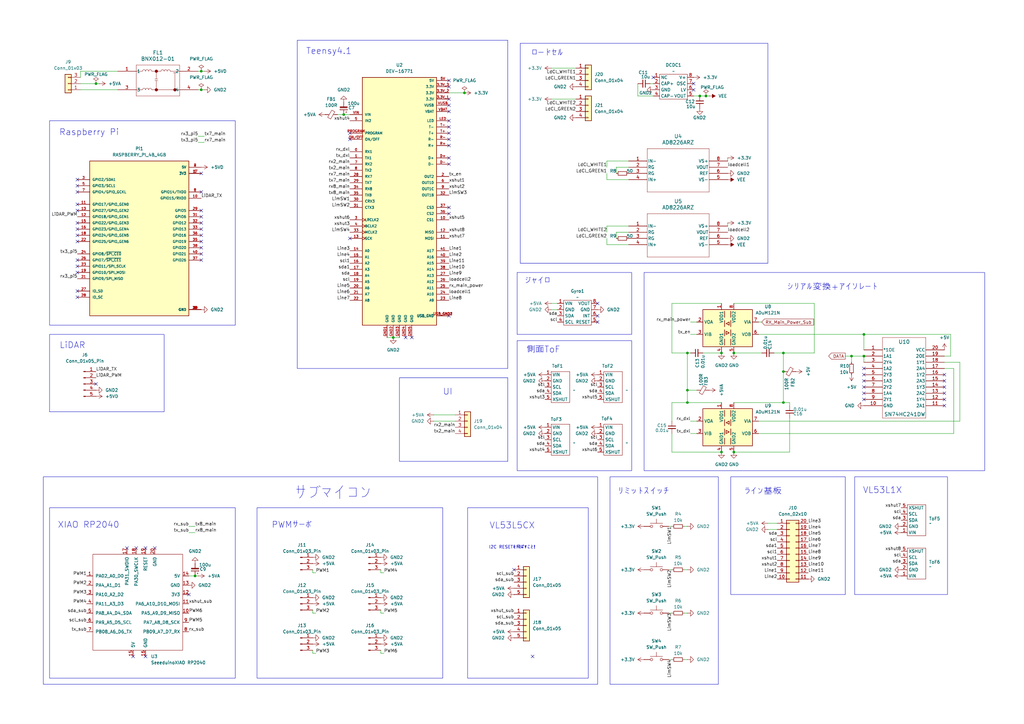
<source format=kicad_sch>
(kicad_sch (version 20231120) (generator "eeschema") (generator_version "8.0")
  (paper "A3")
  (junction (at 321.31 152.4))
  (junction (at 82.55 36.83))
  (junction (at 289.56 39.37))
  (junction (at 190.5 38.1))
  (junction (at 39.37 34.29))
  (junction (at 354.33 146.05))
  (junction (at 281.94 165.1))
  (junction (at 300.99 185.42))
  (junction (at 287.02 39.37))
  (junction (at 281.94 160.02))
  (junction (at 300.99 144.78))
  (junction (at 82.55 29.21))
  (junction (at 140.97 46.99))
  (junction (at 281.94 144.78))
  (junction (at 295.91 144.78))
  (junction (at 295.91 185.42))
  (junction (at 321.31 165.1))
  (junction (at 161.29 138.43))
  (junction (at 354.33 137.16))
  (junction (at 321.31 144.78))
  (junction (at 349.25 146.05))
  (junction (at 80.01 236.22))
  (no_connect (at 267.97 31.75))
  (no_connect (at 55.88 224.79))
  (no_connect (at 245.11 129.54))
  (no_connect (at 31.75 111.76))
  (no_connect (at 54.61 269.24))
  (no_connect (at 245.11 132.08))
  (no_connect (at 82.55 78.74))
  (no_connect (at 387.35 161.29))
  (no_connect (at 387.35 166.37))
  (no_connect (at 184.15 85.09))
  (no_connect (at 387.35 153.67))
  (no_connect (at 354.33 156.21))
  (no_connect (at 82.55 106.68))
  (no_connect (at 387.35 163.83))
  (no_connect (at 184.15 67.31))
  (no_connect (at 184.15 35.56))
  (no_connect (at 184.15 40.64))
  (no_connect (at 184.15 49.53))
  (no_connect (at 31.75 83.82))
  (no_connect (at 284.48 34.29))
  (no_connect (at 184.15 43.18))
  (no_connect (at 31.75 121.92))
  (no_connect (at 59.69 224.79))
  (no_connect (at 387.35 158.75))
  (no_connect (at 184.15 33.02))
  (no_connect (at 354.33 161.29))
  (no_connect (at 184.15 45.72))
  (no_connect (at 143.51 57.15))
  (no_connect (at 354.33 151.13))
  (no_connect (at 77.47 243.84))
  (no_connect (at 284.48 36.83))
  (no_connect (at 31.75 109.22))
  (no_connect (at 31.75 93.98))
  (no_connect (at 143.51 54.61))
  (no_connect (at 52.07 224.79))
  (no_connect (at 82.55 88.9))
  (no_connect (at 184.15 59.69))
  (no_connect (at 354.33 163.83))
  (no_connect (at 354.33 153.67))
  (no_connect (at 166.37 138.43))
  (no_connect (at 82.55 86.36))
  (no_connect (at 82.55 91.44))
  (no_connect (at 143.51 97.79))
  (no_connect (at 82.55 96.52))
  (no_connect (at 387.35 156.21))
  (no_connect (at 184.15 64.77))
  (no_connect (at 82.55 71.12))
  (no_connect (at 354.33 158.75))
  (no_connect (at 168.91 138.43))
  (no_connect (at 184.15 57.15))
  (no_connect (at 63.5 224.79))
  (no_connect (at 31.75 86.36))
  (no_connect (at 31.75 73.66))
  (no_connect (at 39.37 157.48))
  (no_connect (at 31.75 91.44))
  (no_connect (at 31.75 76.2))
  (no_connect (at 184.15 87.63))
  (no_connect (at 245.11 124.46))
  (no_connect (at 184.15 52.07))
  (no_connect (at 184.15 54.61))
  (no_connect (at 31.75 78.74))
  (no_connect (at 82.55 99.06))
  (no_connect (at 31.75 106.68))
  (no_connect (at 218.44 269.24))
  (no_connect (at 82.55 93.98))
  (no_connect (at 184.15 129.54))
  (no_connect (at 31.75 96.52))
  (no_connect (at 31.75 119.38))
  (no_connect (at 82.55 104.14))
  (no_connect (at 59.69 269.24))
  (no_connect (at 210.82 233.68))
  (no_connect (at 82.55 101.6))
  (no_connect (at 31.75 99.06))
  (wire (pts (xy 280.67 251.46) (xy 281.94 251.46)))
  (wire (pts (xy 266.7 34.29) (xy 267.97 34.29)))
  (wire (pts (xy 82.55 36.83) (xy 81.28 36.83)))
  (wire (pts (xy 283.21 132.08) (xy 285.75 132.08)))
  (wire (pts (xy 257.81 92.71) (xy 248.92 92.71)))
  (wire (pts (xy 257.81 73.66) (xy 248.92 73.66)))
  (wire (pts (xy 226.06 27.94) (xy 236.22 27.94)))
  (wire (pts (xy 275.59 144.78) (xy 281.94 144.78)))
  (wire (pts (xy 81.28 58.42) (xy 83.82 58.42)))
  (wire (pts (xy 280.67 233.68) (xy 281.94 233.68)))
  (wire (pts (xy 248.92 100.33) (xy 248.92 97.79)))
  (wire (pts (xy 248.92 92.71) (xy 248.92 95.25)))
  (wire (pts (xy 285.75 160.02) (xy 281.94 160.02)))
  (wire (pts (xy 248.92 66.04) (xy 248.92 68.58)))
  (wire (pts (xy 318.77 214.63) (xy 314.96 214.63)))
  (wire (pts (xy 275.59 124.46) (xy 295.91 124.46)))
  (wire (pts (xy 323.85 185.42) (xy 323.85 171.45)))
  (wire (pts (xy 157.48 234.95) (xy 156.21 234.95)))
  (wire (pts (xy 129.54 251.46) (xy 128.27 251.46)))
  (wire (pts (xy 311.15 137.16) (xy 354.33 137.16)))
  (wire (pts (xy 389.89 137.16) (xy 354.33 137.16)))
  (wire (pts (xy 274.32 270.51) (xy 275.59 270.51)))
  (wire (pts (xy 275.59 172.72) (xy 275.59 165.1)))
  (wire (pts (xy 156.21 234.95) (xy 156.21 233.68)))
  (wire (pts (xy 257.81 100.33) (xy 248.92 100.33)))
  (wire (pts (xy 128.27 251.46) (xy 128.27 250.19)))
  (wire (pts (xy 321.31 144.78) (xy 317.5 144.78)))
  (wire (pts (xy 83.82 36.83) (xy 82.55 36.83)))
  (wire (pts (xy 321.31 152.4) (xy 321.31 165.1)))
  (wire (pts (xy 334.01 144.78) (xy 321.31 144.78)))
  (wire (pts (xy 128.27 234.95) (xy 128.27 233.68)))
  (wire (pts (xy 274.32 233.68) (xy 275.59 233.68)))
  (wire (pts (xy 298.45 64.77) (xy 298.45 66.04)))
  (wire (pts (xy 128.27 267.97) (xy 128.27 266.7)))
  (wire (pts (xy 190.5 38.1) (xy 184.15 38.1)))
  (wire (pts (xy 252.73 95.25) (xy 252.73 97.79)))
  (wire (pts (xy 280.67 215.9) (xy 281.94 215.9)))
  (wire (pts (xy 321.31 144.78) (xy 321.31 152.4)))
  (wire (pts (xy 354.33 146.05) (xy 354.33 148.59)))
  (wire (pts (xy 33.02 29.21) (xy 33.02 31.75)))
  (wire (pts (xy 274.32 251.46) (xy 275.59 251.46)))
  (wire (pts (xy 156.21 267.97) (xy 156.21 266.7)))
  (wire (pts (xy 83.82 29.21) (xy 82.55 29.21)))
  (wire (pts (xy 261.62 39.37) (xy 267.97 39.37)))
  (wire (pts (xy 290.83 39.37) (xy 289.56 39.37)))
  (wire (pts (xy 387.35 146.05) (xy 389.89 146.05)))
  (wire (pts (xy 349.25 148.59) (xy 349.25 146.05)))
  (wire (pts (xy 275.59 185.42) (xy 295.91 185.42)))
  (wire (pts (xy 298.45 91.44) (xy 298.45 92.71)))
  (wire (pts (xy 177.8 170.18) (xy 186.69 170.18)))
  (wire (pts (xy 288.29 144.78) (xy 295.91 144.78)))
  (wire (pts (xy 77.47 215.9) (xy 80.01 215.9)))
  (wire (pts (xy 39.37 34.29) (xy 40.64 34.29)))
  (wire (pts (xy 257.81 95.25) (xy 252.73 95.25)))
  (wire (pts (xy 261.62 34.29) (xy 261.62 39.37)))
  (wire (pts (xy 140.97 46.99) (xy 143.51 46.99)))
  (wire (pts (xy 274.32 215.9) (xy 275.59 215.9)))
  (wire (pts (xy 300.99 144.78) (xy 312.42 144.78)))
  (wire (pts (xy 80.01 236.22) (xy 77.47 236.22)))
  (wire (pts (xy 389.89 146.05) (xy 389.89 137.16)))
  (wire (pts (xy 158.75 138.43) (xy 161.29 138.43)))
  (wire (pts (xy 226.06 124.46) (xy 228.6 124.46)))
  (wire (pts (xy 81.28 236.22) (xy 80.01 236.22)))
  (wire (pts (xy 283.21 172.72) (xy 285.75 172.72)))
  (wire (pts (xy 33.02 29.21) (xy 48.26 29.21)))
  (wire (pts (xy 346.71 146.05) (xy 349.25 146.05)))
  (wire (pts (xy 391.16 177.8) (xy 391.16 151.13)))
  (wire (pts (xy 129.54 234.95) (xy 128.27 234.95)))
  (wire (pts (xy 311.15 177.8) (xy 391.16 177.8)))
  (wire (pts (xy 281.94 160.02) (xy 281.94 165.1)))
  (wire (pts (xy 391.16 151.13) (xy 387.35 151.13)))
  (wire (pts (xy 311.15 172.72) (xy 393.7 172.72)))
  (wire (pts (xy 81.28 55.88) (xy 83.82 55.88)))
  (wire (pts (xy 312.42 132.08) (xy 311.15 132.08)))
  (wire (pts (xy 275.59 177.8) (xy 275.59 185.42)))
  (wire (pts (xy 281.94 144.78) (xy 283.21 144.78)))
  (wire (pts (xy 321.31 165.1) (xy 323.85 165.1)))
  (wire (pts (xy 226.06 40.64) (xy 236.22 40.64)))
  (wire (pts (xy 300.99 165.1) (xy 321.31 165.1)))
  (wire (pts (xy 257.81 68.58) (xy 252.73 68.58)))
  (wire (pts (xy 248.92 73.66) (xy 248.92 71.12)))
  (wire (pts (xy 281.94 144.78) (xy 281.94 160.02)))
  (wire (pts (xy 129.54 267.97) (xy 128.27 267.97)))
  (wire (pts (xy 300.99 185.42) (xy 323.85 185.42)))
  (wire (pts (xy 226.06 127) (xy 228.6 127)))
  (wire (pts (xy 161.29 138.43) (xy 163.83 138.43)))
  (wire (pts (xy 275.59 124.46) (xy 275.59 144.78)))
  (wire (pts (xy 82.55 29.21) (xy 81.28 29.21)))
  (wire (pts (xy 33.02 36.83) (xy 48.26 36.83)))
  (wire (pts (xy 138.43 46.99) (xy 140.97 46.99)))
  (wire (pts (xy 77.47 218.44) (xy 80.01 218.44)))
  (wire (pts (xy 354.33 137.16) (xy 354.33 143.51)))
  (wire (pts (xy 393.7 172.72) (xy 393.7 148.59)))
  (wire (pts (xy 334.01 124.46) (xy 334.01 144.78)))
  (wire (pts (xy 318.77 217.17) (xy 314.96 217.17)))
  (wire (pts (xy 156.21 251.46) (xy 156.21 250.19)))
  (wire (pts (xy 300.99 124.46) (xy 334.01 124.46)))
  (wire (pts (xy 349.25 146.05) (xy 354.33 146.05)))
  (wire (pts (xy 280.67 270.51) (xy 281.94 270.51)))
  (wire (pts (xy 157.48 267.97) (xy 156.21 267.97)))
  (wire (pts (xy 323.85 165.1) (xy 323.85 166.37)))
  (wire (pts (xy 257.81 66.04) (xy 248.92 66.04)))
  (wire (pts (xy 177.8 172.72) (xy 186.69 172.72)))
  (wire (pts (xy 284.48 39.37) (xy 287.02 39.37)))
  (wire (pts (xy 252.73 68.58) (xy 252.73 71.12)))
  (wire (pts (xy 393.7 148.59) (xy 387.35 148.59)))
  (wire (pts (xy 287.02 39.37) (xy 289.56 39.37)))
  (wire (pts (xy 157.48 251.46) (xy 156.21 251.46)))
  (wire (pts (xy 275.59 165.1) (xy 281.94 165.1)))
  (wire (pts (xy 33.02 34.29) (xy 39.37 34.29)))
  (wire (pts (xy 283.21 177.8) (xy 285.75 177.8)))
  (wire (pts (xy 281.94 165.1) (xy 295.91 165.1)))
  (wire (pts (xy 283.21 137.16) (xy 285.75 137.16)))
  (rectangle (start 121.92 16.51) (end 208.28 151.13))
  (rectangle (start 212.09 111.76) (end 259.08 137.16))
  (rectangle (start 20.32 49.53) (end 96.52 133.35))
  (rectangle (start 105.41 208.28) (end 181.61 278.13))
  (rectangle (start 213.36 17.78) (end 314.96 107.95))
  (rectangle (start 250.19 195.58) (end 294.64 280.67))
  (rectangle (start 264.16 111.76) (end 403.86 193.04))
  (rectangle (start 17.78 195.58) (end 245.11 280.67))
  (rectangle (start 163.83 154.94) (end 208.28 189.23))
  (rectangle (start 299.72 195.58) (end 346.71 243.84))
  (rectangle (start 212.09 139.7) (end 259.08 193.04))
  (rectangle (start 20.32 137.16) (end 67.31 168.91))
  (rectangle (start 191.77 208.28) (end 241.3 278.13))
  (rectangle (start 20.32 208.28) (end 96.52 278.13))
  (rectangle (start 350.52 195.58) (end 388.62 243.84))
  (text "側面ToF" (at 222.758 143.51 0) (effects (font (size 2.54 2.54))))
  (text "サブマイコン" (at 136.652 202.438 0) (effects (font (size 5.08 5.08))))
  (text "ロードセル" (at 224.536 21.844 0) (effects (font (size 2.54 2.54))))
  (text "I2C RESETを飛ばすこと!" (at 210.058 224.536 0) (effects (font (size 1.27 1.27))))
  (text "リミットスイッチ" (at 263.906 201.676 0) (effects (font (size 2.54 2.54))))
  (text "LiDAR" (at 29.718 141.732 0) (effects (font (size 2.54 2.54))))
  (text "UI" (at 183.642 160.782 0) (effects (font (size 2.54 2.54))))
  (text "ライン基板" (at 312.928 201.676 0) (effects (font (size 2.54 2.54))))
  (text "Teensy4.1\n" (at 134.874 21.082 0) (effects (font (size 2.54 2.54))))
  (text "VL53L1X\n" (at 361.95 201.168 0) (effects (font (size 2.54 2.54))))
  (text "PWMサーボ" (at 119.634 215.392 0) (effects (font (size 2.54 2.54))))
  (text "XIAO RP2040\n" (at 36.322 215.392 0) (effects (font (size 2.54 2.54))))
  (text "VL53L5CX\n" (at 210.058 215.646 0) (effects (font (size 2.54 2.54))))
  (text "シリアル変換+アイソレート" (at 341.376 117.856 0) (effects (font (size 2.54 2.54))))
  (text "Raspberry Pi" (at 36.576 54.356 0) (effects (font (size 2.54 2.54))))
  (text "ジャイロ" (at 220.472 115.316 0) (effects (font (size 2.54 2.54))))
  (label "LdCl_GREEN2" (at 236.22 45.72 180))
  (label "Line4" (at 143.51 105.41 180))
  (label "Line1" (at 318.77 234.95 180))
  (label "xshut6" (at 143.51 90.17 180))
  (label "PWM6" (at 157.48 267.97 0))
  (label "Line5" (at 143.51 118.11 180))
  (label "xshut8" (at 369.57 226.06 180))
  (label "Line7" (at 143.51 123.19 180))
  (label "rx_main_power" (at 184.15 118.11 0))
  (label "Line9" (at 184.15 113.03 0))
  (label "xshut4" (at 223.52 185.42 180))
  (label "LimSW1" (at 143.51 82.55 180))
  (label "sda" (at 143.51 113.03 180))
  (label "tx_sub" (at 77.47 218.44 180))
  (label "Line11" (at 184.15 107.95 0))
  (label "scl" (at 228.6 132.08 180))
  (label "LdCl_GREEN1" (at 248.92 71.12 180))
  (label "sda" (at 245.11 161.29 180))
  (label "scl" (at 318.77 222.25 180))
  (label "PWM5" (at 77.47 255.27 0))
  (label "rx8_main" (at 143.51 77.47 180))
  (label "loadcell2" (at 184.15 115.57 0))
  (label "PWM4" (at 35.56 247.65 180))
  (label "xshut3" (at 223.52 163.83 180))
  (label "Line5" (at 331.47 219.71 0))
  (label "LimSW1" (at 275.59 215.9 270))
  (label "sda" (at 223.52 161.29 180))
  (label "Line1" (at 184.15 102.87 0))
  (label "rx3_pi5" (at 81.28 55.88 180))
  (label "sda" (at 228.6 129.54 180))
  (label "Line8" (at 184.15 123.19 0))
  (label "xshut5" (at 184.15 90.17 0))
  (label "rx_sub" (at 77.47 215.9 180))
  (label "scl" (at 369.57 210.82 180))
  (label "loadcell2" (at 298.45 95.25 0))
  (label "scl" (at 245.11 158.75 180))
  (label "xshut1" (at 184.15 74.93 0))
  (label "xshut8" (at 184.15 95.25 0))
  (label "rx_dxl" (at 143.51 62.23 180))
  (label "PWM5" (at 157.48 251.46 0))
  (label "LimSW2" (at 143.51 85.09 180))
  (label "sda" (at 318.77 219.71 180))
  (label "loadcell1" (at 184.15 120.65 0))
  (label "tx_en" (at 283.21 137.16 180))
  (label "xshut_sub" (at 210.82 251.46 180))
  (label "tx8_main" (at 143.51 80.01 180))
  (label "sda" (at 369.57 213.36 180))
  (label "LimSW4" (at 275.59 270.51 270))
  (label "tx_sub" (at 35.56 259.08 180))
  (label "scl" (at 223.52 158.75 180))
  (label "tx_dxl" (at 283.21 177.8 180))
  (label "xshut1" (at 318.77 229.87 180))
  (label "scl_sub" (at 210.82 236.22 180))
  (label "LiDAR_PWM" (at 39.37 154.94 0))
  (label "Line8" (at 331.47 227.33 0))
  (label "Line3" (at 143.51 102.87 180))
  (label "sda_sub" (at 35.56 251.46 180))
  (label "tx7_main" (at 83.82 55.88 0))
  (label "Line10" (at 331.47 232.41 0))
  (label "xshut3" (at 143.51 92.71 180))
  (label "Line7" (at 331.47 224.79 0))
  (label "Line11" (at 331.47 234.95 0))
  (label "Line6" (at 331.47 222.25 0))
  (label "scl" (at 143.51 115.57 180))
  (label "LiDAR_TX" (at 39.37 152.4 0))
  (label "tx7_main" (at 143.51 74.93 180))
  (label "tx3_pi5" (at 31.75 104.14 180))
  (label "xshut7" (at 184.15 97.79 0))
  (label "scl1" (at 143.51 107.95 180))
  (label "rx2_main" (at 143.51 67.31 180))
  (label "sda" (at 369.57 231.14 180))
  (label "rx2_main" (at 186.69 175.26 180))
  (label "LimSW4" (at 143.51 95.25 180))
  (label "tx2_main" (at 186.69 177.8 180))
  (label "LdCl_WHITE2" (at 248.92 95.25 180))
  (label "PWM6" (at 77.47 251.46 0))
  (label "rx3_pi5" (at 31.75 114.3 180))
  (label "xshut_sub" (at 77.47 247.65 0))
  (label "xshut2" (at 318.77 232.41 180))
  (label "PWM4" (at 157.48 234.95 0))
  (label "PWM3" (at 35.56 243.84 180))
  (label "sda_sub" (at 210.82 238.76 180))
  (label "PWM3" (at 129.54 267.97 0))
  (label "LiDAR_TX" (at 82.55 81.28 0))
  (label "PWM2" (at 35.56 240.03 180))
  (label "LiDAR_PWM" (at 31.75 88.9 180))
  (label "rx_dxl" (at 283.21 172.72 180))
  (label "Line10" (at 184.15 110.49 0))
  (label "tx2_main" (at 143.51 69.85 180))
  (label "scl" (at 369.57 228.6 180))
  (label "scl" (at 245.11 180.34 180))
  (label "LdCl_WHITE1" (at 236.22 30.48 180))
  (label "sda" (at 245.11 182.88 180))
  (label "Line6" (at 143.51 120.65 180))
  (label "LdCl_GREEN1" (at 236.22 33.02 180))
  (label "Line2" (at 184.15 105.41 0))
  (label "xshut7" (at 369.57 208.28 180))
  (label "xshut2" (at 184.15 77.47 0))
  (label "Line4" (at 331.47 217.17 0))
  (label "Line9" (at 331.47 229.87 0))
  (label "PWM2" (at 129.54 251.46 0))
  (label "sda_sub" (at 210.82 256.54 180))
  (label "LdCl_GREEN2" (at 248.92 97.79 180))
  (label "scl1" (at 318.77 227.33 180))
  (label "LdCl_WHITE2" (at 236.22 43.18 180))
  (label "LimSW2" (at 275.59 233.68 270))
  (label "tx_dxl" (at 143.51 64.77 180))
  (label "sda1" (at 318.77 224.79 180))
  (label "sda1" (at 143.51 110.49 180))
  (label "rx_sub" (at 77.47 259.08 0))
  (label "rx7_main" (at 83.82 58.42 0))
  (label "scl_sub" (at 35.56 255.27 180))
  (label "rx8_main" (at 80.01 218.44 0))
  (label "PWM1" (at 35.56 236.22 180))
  (label "Line3" (at 331.47 214.63 0))
  (label "rx7_main" (at 143.51 72.39 180))
  (label "Line2" (at 318.77 237.49 180))
  (label "xshut6" (at 245.11 185.42 180))
  (label "tx_en" (at 184.15 72.39 0))
  (label "loadcell1" (at 298.45 68.58 0))
  (label "scl" (at 223.52 180.34 180))
  (label "scl_sub" (at 210.82 254 180))
  (label "LimSW3" (at 275.59 251.46 270))
  (label "xshut4" (at 143.51 49.53 180))
  (label "LdCl_WHITE1" (at 248.92 68.58 180))
  (label "rx_main_power" (at 283.21 132.08 180))
  (label "tx3_pi5" (at 81.28 58.42 180))
  (label "tx8_main" (at 80.01 215.9 0))
  (label "LimSW3" (at 184.15 80.01 0))
  (label "sda" (at 223.52 182.88 180))
  (label "PWM1" (at 129.54 234.95 0))
  (label "xshut5" (at 245.11 163.83 180))
  (global_label "RX_Main_Power_Sub" (shape input) (at 312.42 132.08 0) (property "Intersheetrefs" "${INTERSHEET_REFS}" (effects (hide yes))))
  (global_label "DATA" (shape output) (at 346.71 146.05 180) (property "Intersheetrefs" "${INTERSHEET_REFS}" (effects (hide yes))))
  (symbol (lib_id "power:+5VA") (at 210.82 259.08 90) (unit 1)
    (property "Reference" "#PWR062" (effects (hide yes)))
    (property "Value" "+5VA" (at 207.01 259.0799 90) (effects (justify left)))
    (property "Description" "Power symbol creates a global label with name \"+5VA\"" (effects (hide yes)))
  )
  (symbol (lib_id "power:PWR_FLAG") (at 82.55 36.83 0) (unit 1)
    (property "Reference" "#FLG06" (effects (hide yes)))
    (property "Value" "PWR_FLAG" (at 82.55 31.75 0))
    (property "Description" "Special symbol for telling ERC where power comes from" (effects (hide yes)))
  )
  (symbol (lib_id "Device:R_Small") (at 278.13 233.68 90) (unit 1)
    (property "Reference" "R5" (at 278.13 228.6 90))
    (property "Value" "10k" (at 278.13 231.14 90))
    (property "Footprint" "Resistor_SMD:R_0603_1608Metric_Pad0.98x0.95mm_HandSolder" (effects (hide yes)))
    (property "Description" "Resistor, small symbol" (effects (hide yes)))
  )
  (symbol (lib_id "power:GND2") (at 161.29 138.43 0) (unit 1)
    (property "Reference" "#PWR031" (effects (hide yes)))
    (property "Value" "GND2" (at 161.29 143.51 0))
    (property "Description" "Power symbol creates a global label with name \"GND2\" , ground" (effects (hide yes)))
  )
  (symbol (lib_id "power:+5VA") (at 177.8 170.18 90) (unit 1)
    (property "Reference" "#PWR065" (effects (hide yes)))
    (property "Value" "+5VA" (at 173.99 170.1799 90) (effects (justify left)))
    (property "Description" "Power symbol creates a global label with name \"+5VA\"" (effects (hide yes)))
  )
  (symbol (lib_id "power:GND2") (at 156.21 228.6 90) (unit 1)
    (property "Reference" "#PWR054" (effects (hide yes)))
    (property "Value" "GND2" (at 160.02 228.5999 90) (effects (justify right)))
    (property "Description" "Power symbol creates a global label with name \"GND2\" , ground" (effects (hide yes)))
  )
  (symbol (lib_id "power:GND2") (at 369.57 233.68 270) (unit 1)
    (property "Reference" "#PWR079" (effects (hide yes)))
    (property "Value" "GND2" (at 365.76 233.6799 90) (effects (justify right)))
    (property "Description" "Power symbol creates a global label with name \"GND2\" , ground" (effects (hide yes)))
  )
  (symbol (lib_id "power:+3.3V") (at 264.16 270.51 90) (unit 1)
    (property "Reference" "#PWR075" (effects (hide yes)))
    (property "Value" "+3.3V" (at 260.35 270.5099 90) (effects (justify left)))
    (property "Description" "Power symbol creates a global label with name \"+3.3V\"" (effects (hide yes)))
  )
  (symbol (lib_id "power:GND2") (at 236.22 35.56 270) (unit 1)
    (property "Reference" "#PWR0101" (effects (hide yes)))
    (property "Value" "GND2" (at 232.41 35.5599 90) (effects (justify right)))
    (property "Description" "Power symbol creates a global label with name \"GND2\" , ground" (effects (hide yes)))
  )
  (symbol (lib_id "power:GND2") (at 77.47 240.03 90) (unit 1)
    (property "Reference" "#PWR047" (effects (hide yes)))
    (property "Value" "GND2" (at 81.28 240.0299 90) (effects (justify right)))
    (property "Description" "Power symbol creates a global label with name \"GND2\" , ground" (effects (hide yes)))
  )
  (symbol (lib_id "power:GND2") (at 331.47 237.49 90) (unit 1)
    (property "Reference" "#PWR035" (effects (hide yes)))
    (property "Value" "GND2" (at 335.28 237.4899 90) (effects (justify right)))
    (property "Description" "Power symbol creates a global label with name \"GND2\" , ground" (effects (hide yes)))
  )
  (symbol (lib_id "power:GND2") (at 80.01 231.14 180) (unit 1)
    (property "Reference" "#PWR066" (effects (hide yes)))
    (property "Value" "GND2" (at 80.01 226.06 0))
    (property "Description" "Power symbol creates a global label with name \"GND2\" , ground" (effects (hide yes)))
  )
  (symbol (lib_id "power:+5VA") (at 369.57 236.22 90) (unit 1)
    (property "Reference" "#PWR080" (effects (hide yes)))
    (property "Value" "+5VA" (at 365.76 236.2199 90) (effects (justify left)))
    (property "Description" "Power symbol creates a global label with name \"+5VA\"" (effects (hide yes)))
  )
  (symbol (lib_id "Device:R_Small") (at 278.13 251.46 90) (unit 1)
    (property "Reference" "R6" (at 278.13 246.38 90))
    (property "Value" "10k" (at 278.13 248.92 90))
    (property "Footprint" "Resistor_SMD:R_0603_1608Metric_Pad0.98x0.95mm_HandSolder" (effects (hide yes)))
    (property "Description" "Resistor, small symbol" (effects (hide yes)))
  )
  (symbol (lib_id "power:GND2") (at 287.02 44.45 0) (unit 1)
    (property "Reference" "#PWR0105" (effects (hide yes)))
    (property "Value" "GND2" (at 289.56 48.26 0) (effects (justify right)))
    (property "Description" "Power symbol creates a global label with name \"GND2\" , ground" (effects (hide yes)))
  )
  (symbol (lib_id "power:+5VA") (at 128.27 231.14 270) (unit 1)
    (property "Reference" "#PWR049" (effects (hide yes)))
    (property "Value" "+5VA" (at 132.08 231.1399 90) (effects (justify left)))
    (property "Description" "Power symbol creates a global label with name \"+5VA\"" (effects (hide yes)))
  )
  (symbol (lib_id "power:GND2") (at 83.82 36.83 90) (unit 1)
    (property "Reference" "#PWR028" (effects (hide yes)))
    (property "Value" "GND2" (at 87.63 36.8299 90) (effects (justify right)))
    (property "Description" "Power symbol creates a global label with name \"GND2\" , ground" (effects (hide yes)))
  )
  (symbol (lib_id "power:+5VA") (at 156.21 247.65 270) (unit 1)
    (property "Reference" "#PWR057" (effects (hide yes)))
    (property "Value" "+5VA" (at 160.02 247.6499 90) (effects (justify left)))
    (property "Description" "Power symbol creates a global label with name \"+5VA\"" (effects (hide yes)))
  )
  (symbol (lib_id "Device:C_Small") (at 275.59 175.26 0) (unit 1)
    (property "Reference" "C15" (at 269.494 174.498 0) (effects (justify left)))
    (property "Value" "0.01u" (at 268.732 176.53 0) (effects (justify left)))
    (property "Footprint" "Capacitor_SMD:C_0603_1608Metric_Pad1.08x0.95mm_HandSolder" (effects (hide yes)))
    (property "Description" "Unpolarized capacitor, small symbol" (effects (hide yes)))
  )
  (symbol (lib_id "power:VEE") (at 290.83 39.37 270) (unit 1)
    (property "Reference" "#PWR0107" (effects (hide yes)))
    (property "Value" "VEE" (at 294.64 39.3699 90) (effects (justify left)))
    (property "Description" "Power symbol creates a global label with name \"VEE\"" (effects (hide yes)))
  )
  (symbol (lib_id "ToF:GY530") (at 247.65 153.67 0) (unit 1)
    (property "Reference" "ToF2" (at 246.888 150.114 0) (effects (justify left)))
    (property "Value" "~" (at 256.54 160.02 0) (effects (justify left)))
    (property "Footprint" "ToF:GY530" (effects (hide yes)))
  )
  (symbol (lib_id "Connector:Conn_01x03_Pin") (at 151.13 264.16 0) (unit 1)
    (property "Reference" "J16" (at 151.765 256.54 0))
    (property "Value" "Conn_01x03_Pin" (at 151.765 259.08 0))
    (property "Footprint" "Connector_PinHeader_2.54mm:PinHeader_1x03_P2.54mm_Vertical" (effects (hide yes)))
    (property "Description" "Generic connector, single row, 01x03, script generated" (effects (hide yes)))
  )
  (symbol (lib_id "power:+5VA") (at 128.27 247.65 270) (unit 1)
    (property "Reference" "#PWR051" (effects (hide yes)))
    (property "Value" "+5VA" (at 132.08 247.6499 90) (effects (justify left)))
    (property "Description" "Power symbol creates a global label with name \"+5VA\"" (effects (hide yes)))
  )
  (symbol (lib_id "power:+3.3V") (at 284.48 31.75 270) (unit 1)
    (property "Reference" "#PWR0104" (effects (hide yes)))
    (property "Value" "+3.3V" (at 288.29 31.7499 90) (effects (justify left)))
    (property "Description" "Power symbol creates a global label with name \"+3.3V\"" (effects (hide yes)))
  )
  (symbol (lib_id "Device:R_Small") (at 349.25 151.13 0) (unit 1)
    (property "Reference" "R10" (at 344.424 150.114 0) (effects (justify left)))
    (property "Value" "10k" (at 344.424 152.654 0) (effects (justify left)))
    (property "Footprint" "Resistor_SMD:R_0603_1608Metric_Pad0.98x0.95mm_HandSolder" (effects (hide yes)))
    (property "Description" "Resistor, small symbol" (effects (hide yes)))
  )
  (symbol (lib_id "power:+5VD") (at 39.37 162.56 270) (unit 1)
    (property "Reference" "#PWR0117" (effects (hide yes)))
    (property "Value" "+5VD" (at 43.18 162.5599 90) (effects (justify left)))
    (property "Description" "Power symbol creates a global label with name \"+5VD\"" (effects (hide yes)))
  )
  (symbol (lib_id "Device:C_Polarized_Small") (at 80.01 233.68 180) (unit 1)
    (property "Reference" "C9" (at 84.582 233.426 0) (effects (justify left)))
    (property "Value" "100u" (at 86.614 231.648 0) (effects (justify left)))
    (property "Footprint" "Capacitor_THT:CP_Radial_D6.3mm_P2.50mm" (effects (hide yes)))
    (property "Description" "Polarized capacitor, small symbol" (effects (hide yes)))
  )
  (symbol (lib_id "power:GND2") (at 314.96 217.17 270) (unit 1)
    (property "Reference" "#PWR033" (effects (hide yes)))
    (property "Value" "GND2" (at 311.15 217.1699 90) (effects (justify right)))
    (property "Description" "Power symbol creates a global label with name \"GND2\" , ground" (effects (hide yes)))
  )
  (symbol (lib_id "ToF:VL53L1X") (at 372.11 231.14 180) (unit 1)
    (property "Reference" "ToF6" (at 381 230.5049 0) (effects (justify right)))
    (property "Value" "~" (at 381 232.41 0) (effects (justify right)))
    (property "Footprint" "Connector_JST:JST_XH_B5B-XH-A_1x05_P2.50mm_Vertical" (effects (hide yes)))
  )
  (symbol (lib_id "2024-09-28_15-43-53:SN74HC241DW") (at 354.33 143.51 0) (unit 1)
    (property "Reference" "U10" (at 370.84 140.208 0) (effects (font (size 1.524 1.524))))
    (property "Value" "SN74HC241DW" (at 371.094 169.926 0) (effects (font (size 1.524 1.524))))
    (property "Footprint" "Package_DIP:CERDIP-20_W7.62mm_SideBrazed_Socket" (effects (hide yes)))
    (property "Datasheet" "SN74HC241DW" (effects (hide yes)))
  )
  (symbol (lib_id "power:GND2") (at 82.55 127 90) (unit 1)
    (property "Reference" "#PWR026" (effects (hide yes)))
    (property "Value" "GND2" (at 86.36 126.9999 90) (effects (justify right)))
    (property "Description" "Power symbol creates a global label with name \"GND2\" , ground" (effects (hide yes)))
  )
  (symbol (lib_id "power:+3.3V") (at 226.06 40.64 90) (unit 1)
    (property "Reference" "#PWR0100" (effects (hide yes)))
    (property "Value" "+3.3V" (at 222.25 40.6399 90) (effects (justify left)))
    (property "Description" "Power symbol creates a global label with name \"+3.3V\"" (effects (hide yes)))
  )
  (symbol (lib_id "Device:C_Small") (at 323.85 168.91 180) (unit 1)
    (property "Reference" "C16" (at 329.184 169.672 0) (effects (justify left)))
    (property "Value" "0.01u" (at 330.962 167.894 0) (effects (justify left)))
    (property "Footprint" "Capacitor_SMD:C_0603_1608Metric_Pad1.08x0.95mm_HandSolder" (effects (hide yes)))
    (property "Description" "Unpolarized capacitor, small symbol" (effects (hide yes)))
  )
  (symbol (lib_name "GND_1") (lib_id "power:GND") (at 300.99 185.42 0) (unit 1)
    (property "Reference" "#PWR0114" (effects (hide yes)))
    (property "Value" "GND" (at 300.99 190.5 0))
    (property "Description" "Power symbol creates a global label with name \"GND\" , ground" (effects (hide yes)))
  )
  (symbol (lib_id "power:+5VA") (at 156.21 231.14 270) (unit 1)
    (property "Reference" "#PWR055" (effects (hide yes)))
    (property "Value" "+5VA" (at 160.02 231.1399 90) (effects (justify left)))
    (property "Description" "Power symbol creates a global label with name \"+5VA\"" (effects (hide yes)))
  )
  (symbol (lib_id "power:GND2") (at 245.11 177.8 270) (unit 1)
    (property "Reference" "#PWR045" (effects (hide yes)))
    (property "Value" "GND2" (at 241.3 177.7999 90) (effects (justify right)))
    (property "Description" "Power symbol creates a global label with name \"GND2\" , ground" (effects (hide yes)))
  )
  (symbol (lib_id "Device:R_Small") (at 255.27 97.79 90) (unit 1)
    (property "Reference" "R9" (at 251.46 96.774 90))
    (property "Value" "50" (at 258.318 96.774 90))
    (property "Footprint" "Resistor_SMD:R_0603_1608Metric_Pad0.98x0.95mm_HandSolder" (effects (hide yes)))
    (property "Description" "Resistor, small symbol" (effects (hide yes)))
  )
  (symbol (lib_id "power:GND2") (at 39.37 160.02 90) (unit 1)
    (property "Reference" "#PWR0118" (effects (hide yes)))
    (property "Value" "GND2" (at 43.18 160.0199 90) (effects (justify right)))
    (property "Description" "Power symbol creates a global label with name \"GND2\" , ground" (effects (hide yes)))
  )
  (symbol (lib_id "DEV-16771:DEV-16771") (at 163.83 82.55 0) (unit 1)
    (property "Reference" "U2" (at 163.83 26.67 0))
    (property "Value" "DEV-16771" (at 163.83 29.21 0))
    (property "Footprint" "DEV-16771:MODULE_DEV-16771" (effects (hide yes)))
    (property "MF" "SparkFun Electronics" (effects (hide yes)))
    (property "MAXIMUM_PACKAGE_HEIGHT" "4.07mm" (effects (hide yes)))
    (property "Package" "None" (effects (hide yes)))
    (property "Price" "None" (effects (hide yes)))
    (property "Check_prices" "https://www.snapeda.com/parts/DEV-16771/SparkFun+Electronics/view-part/?ref=eda" (effects (hide yes)))
    (property "STANDARD" "Manufacturer recommendations" (effects (hide yes)))
    (property "PARTREV" "4.1" (effects (hide yes)))
    (property "SnapEDA_Link" "https://www.snapeda.com/parts/DEV-16771/SparkFun+Electronics/view-part/?ref=snap" (effects (hide yes)))
    (property "MP" "DEV-16771" (effects (hide yes)))
    (property "Purchase-URL" "https://www.snapeda.com/api/url_track_click_mouser/?unipart_id=4833875&manufacturer=SparkFun Electronics&part_name=DEV-16771&search_term=None" (effects (hide yes)))
    (property "Description_1" "\nRT1062 Teensy 4.1 series ARM® Cortex®-M7 MPU Embedded Evaluation Board\n" (effects (hide yes)))
    (property "Availability" "In Stock" (effects (hide yes)))
    (property "MANUFACTURER" "SparkFun Electronics" (effects (hide yes)))
  )
  (symbol (lib_id "power:+5VA") (at 40.64 34.29 270) (unit 1)
    (property "Reference" "#PWR08" (effects (hide yes)))
    (property "Value" "+5VA" (at 44.45 34.2899 90) (effects (justify left)))
    (property "Description" "Power symbol creates a global label with name \"+5VA\"" (effects (hide yes)))
  )
  (symbol (lib_id "MyLibrary:TJ7660") (at 276.86 35.56 0) (unit 1)
    (property "Reference" "DCDC1" (at 276.225 26.67 0))
    (property "Value" "~" (at 276.225 29.21 0))
    (property "Footprint" "Package_DIP:CERDIP-8_W7.62mm_SideBrazed_Socket" (effects (hide yes)))
  )
  (symbol (lib_id "power:GND2") (at 267.97 36.83 270) (unit 1)
    (property "Reference" "#PWR0103" (effects (hide yes)))
    (property "Value" "GND2" (at 267.462 38.1 90) (effects (justify right)))
    (property "Description" "Power symbol creates a global label with name \"GND2\" , ground" (effects (hide yes)))
  )
  (symbol (lib_id "power:GND2") (at 245.11 156.21 270) (unit 1)
    (property "Reference" "#PWR043" (effects (hide yes)))
    (property "Value" "GND2" (at 241.3 156.2099 90) (effects (justify right)))
    (property "Description" "Power symbol creates a global label with name \"GND2\" , ground" (effects (hide yes)))
  )
  (symbol (lib_id "power:GND2") (at 369.57 215.9 270) (unit 1)
    (property "Reference" "#PWR077" (effects (hide yes)))
    (property "Value" "GND2" (at 365.76 215.8999 90) (effects (justify right)))
    (property "Description" "Power symbol creates a global label with name \"GND2\" , ground" (effects (hide yes)))
  )
  (symbol (lib_id "power:GND2") (at 223.52 177.8 270) (unit 1)
    (property "Reference" "#PWR044" (effects (hide yes)))
    (property "Value" "GND2" (at 219.71 177.7999 90) (effects (justify right)))
    (property "Description" "Power symbol creates a global label with name \"GND2\" , ground" (effects (hide yes)))
  )
  (symbol (lib_id "power:+5VA") (at 290.83 160.02 270) (unit 1)
    (property "Reference" "#PWR082" (effects (hide yes)))
    (property "Value" "+5VA" (at 295.91 160.02 0))
    (property "Description" "Power symbol creates a global label with name \"+5VA\"" (effects (hide yes)))
  )
  (symbol (lib_id "power:GND2") (at 298.45 97.79 90) (unit 1)
    (property "Reference" "#PWR094" (effects (hide yes)))
    (property "Value" "GND2" (at 302.26 97.7899 90) (effects (justify right)))
    (property "Description" "Power symbol creates a global label with name \"GND2\" , ground" (effects (hide yes)))
  )
  (symbol (lib_id "Device:C_Small") (at 285.75 144.78 90) (unit 1)
    (property "Reference" "C13" (at 286.004 150.876 0) (effects (justify left)))
    (property "Value" "0.01u" (at 288.29 151.13 0) (effects (justify left)))
    (property "Footprint" "Capacitor_SMD:C_0603_1608Metric_Pad1.08x0.95mm_HandSolder" (effects (hide yes)))
    (property "Description" "Unpolarized capacitor, small symbol" (effects (hide yes)))
  )
  (symbol (lib_id "Seeeduino XIAO:SeeeduinoXIAO") (at 57.15 247.65 0) (unit 1)
    (property "Reference" "U3" (at 61.8841 269.24 0) (effects (justify left)))
    (property "Value" "SeeeduinoXIAO RP2040" (at 61.8841 271.78 0) (effects (justify left)))
    (property "Footprint" "XIAO RP2040:XIAO RP2040" (effects (hide yes)))
  )
  (symbol (lib_id "Isolator:ADuM121N") (at 298.45 134.62 0) (unit 1)
    (property "Reference" "U8" (at 314.96 125.7614 0))
    (property "Value" "ADuM121N" (at 314.96 128.3014 0))
    (property "Footprint" "MyLibrary:SOP-8_DIP" (effects (hide yes)))
    (property "Datasheet" "https://www.analog.com/media/en/technical-documentation/data-sheets/ADuM120N_121N.pdf" (effects (hide yes)))
    (property "Description" "Dual-channel digital isolator,1.8 to 5V, 150Mbs, 3kV" (effects (hide yes)))
  )
  (symbol (lib_id "power:GND2") (at 128.27 245.11 90) (unit 1)
    (property "Reference" "#PWR050" (effects (hide yes)))
    (property "Value" "GND2" (at 132.08 245.1099 90) (effects (justify right)))
    (property "Description" "Power symbol creates a global label with name \"GND2\" , ground" (effects (hide yes)))
  )
  (symbol (lib_id "power:GND2") (at 281.94 215.9 90) (unit 1)
    (property "Reference" "#PWR070" (effects (hide yes)))
    (property "Value" "GND2" (at 285.75 215.8999 90) (effects (justify right)))
    (property "Description" "Power symbol creates a global label with name \"GND2\" , ground" (effects (hide yes)))
  )
  (symbol (lib_id "Device:C_Small") (at 287.02 41.91 180) (unit 1)
    (property "Reference" "C12" (at 284.988 41.656 0) (effects (justify left)))
    (property "Value" "10u" (at 285.242 43.688 0) (effects (justify left)))
    (property "Footprint" "Capacitor_THT:C_Disc_D6.0mm_W4.4mm_P5.00mm" (effects (hide yes)))
    (property "Description" "Unpolarized capacitor, small symbol" (effects (hide yes)))
  )
  (symbol (lib_id "Device:C_Small") (at 264.16 34.29 270) (unit 1)
    (property "Reference" "C11" (at 261.874 29.718 90) (effects (justify left)))
    (property "Value" "10u" (at 262.89 31.496 90) (effects (justify left)))
    (property "Footprint" "Capacitor_THT:C_Disc_D6.0mm_W4.4mm_P5.00mm" (effects (hide yes)))
    (property "Description" "Unpolarized capacitor, small symbol" (effects (hide yes)))
  )
  (symbol (lib_name "GND_1") (lib_id "power:GND") (at 354.33 166.37 270) (unit 1)
    (property "Reference" "#PWR0116" (effects (hide yes)))
    (property "Value" "GND" (at 350.52 166.3699 90) (effects (justify right)))
    (property "Description" "Power symbol creates a global label with name \"GND\" , ground" (effects (hide yes)))
  )
  (symbol (lib_id "power:+5VA") (at 314.96 214.63 90) (unit 1)
    (property "Reference" "#PWR034" (effects (hide yes)))
    (property "Value" "+5VA" (at 311.15 214.6299 90) (effects (justify left)))
    (property "Description" "Power symbol creates a global label with name \"+5VA\"" (effects (hide yes)))
  )
  (symbol (lib_id "power:GND2") (at 156.21 245.11 90) (unit 1)
    (property "Reference" "#PWR056" (effects (hide yes)))
    (property "Value" "GND2" (at 160.02 245.1099 90) (effects (justify right)))
    (property "Description" "Power symbol creates a global label with name \"GND2\" , ground" (effects (hide yes)))
  )
  (symbol (lib_id "ToF:GY530") (at 226.06 153.67 0) (unit 1)
    (property "Reference" "ToF1" (at 226.314 150.114 0) (effects (justify left)))
    (property "Value" "~" (at 234.95 160.02 0) (effects (justify left)))
    (property "Footprint" "ToF:GY530" (effects (hide yes)))
  )
  (symbol (lib_name "AD8226ARZ_1") (lib_id "2024-09-28_14-00-08:AD8226ARZ") (at 257.81 66.04 0) (unit 1)
    (property "Reference" "U4" (at 278.13 55.88 0) (effects (font (size 1.524 1.524))))
    (property "Value" "AD8226ARZ" (at 278.13 58.42 0) (effects (font (size 1.524 1.524))))
    (property "Footprint" "MyLibrary:SOP-8_DIP" (effects (hide yes)))
    (property "Datasheet" "AD8226ARZ" (effects (hide yes)))
  )
  (symbol (lib_id "power:+5VA") (at 128.27 264.16 270) (unit 1)
    (property "Reference" "#PWR053" (effects (hide yes)))
    (property "Value" "+5VA" (at 132.08 264.1599 90) (effects (justify left)))
    (property "Description" "Power symbol creates a global label with name \"+5VA\"" (effects (hide yes)))
  )
  (symbol (lib_id "power:+3.3V") (at 226.06 27.94 90) (unit 1)
    (property "Reference" "#PWR099" (effects (hide yes)))
    (property "Value" "+3.3V" (at 222.25 27.9399 90) (effects (justify left)))
    (property "Description" "Power symbol creates a global label with name \"+3.3V\"" (effects (hide yes)))
  )
  (symbol (lib_id "power:+5VA") (at 156.21 264.16 270) (unit 1)
    (property "Reference" "#PWR059" (effects (hide yes)))
    (property "Value" "+5VA" (at 160.02 264.1599 90) (effects (justify left)))
    (property "Description" "Power symbol creates a global label with name \"+5VA\"" (effects (hide yes)))
  )
  (symbol (lib_id "power:+3.3V") (at 190.5 38.1 270) (unit 1)
    (property "Reference" "#PWR068" (effects (hide yes)))
    (property "Value" "+3.3V" (at 194.31 38.0999 90) (effects (justify left)))
    (property "Description" "Power symbol creates a global label with name \"+3.3V\"" (effects (hide yes)))
  )
  (symbol (lib_id "Connector_Generic:Conn_01x04") (at 241.3 43.18 0) (unit 1)
    (property "Reference" "J21" (at 243.84 43.1799 0) (effects (justify left)))
    (property "Value" "Conn_01x04" (at 243.84 45.7199 0) (effects (justify left)))
    (property "Footprint" "Connector_JST:JST_XH_S4B-XH-A_1x04_P2.50mm_Horizontal" (effects (hide yes)))
    (property "Description" "Generic connector, single row, 01x04, script generated (kicad-library-utils/schlib/autogen/connector/)" (effects (hide yes)))
  )
  (symbol (lib_id "power:+5VA") (at 210.82 241.3 90) (unit 1)
    (property "Reference" "#PWR060" (effects (hide yes)))
    (property "Value" "+5VA" (at 207.01 241.2999 90) (effects (justify left)))
    (property "Description" "Power symbol creates a global label with name \"+5VA\"" (effects (hide yes)))
  )
  (symbol (lib_id "power:GND2") (at 295.91 144.78 0) (unit 1)
    (property "Reference" "#PWR0108" (effects (hide yes)))
    (property "Value" "GND2" (at 295.91 149.86 0))
    (property "Description" "Power symbol creates a global label with name \"GND2\" , ground" (effects (hide yes)))
  )
  (symbol (lib_id "power:GND2") (at 177.8 172.72 270) (unit 1)
    (property "Reference" "#PWR064" (effects (hide yes)))
    (property "Value" "GND2" (at 173.99 172.7199 90) (effects (justify right)))
    (property "Description" "Power symbol creates a global label with name \"GND2\" , ground" (effects (hide yes)))
  )
  (symbol (lib_id "power:+5VA") (at 226.06 124.46 90) (unit 1)
    (property "Reference" "#PWR032" (effects (hide yes)))
    (property "Value" "+5VA" (at 222.25 124.4599 90) (effects (justify left)))
    (property "Description" "Power symbol creates a global label with name \"+5VA\"" (effects (hide yes)))
  )
  (symbol (lib_id "Connector:Conn_01x05_Pin") (at 34.29 157.48 0) (unit 1)
    (property "Reference" "J6" (at 34.798 145.542 0))
    (property "Value" "Conn_01x05_Pin" (at 34.798 148.082 0))
    (property "Footprint" "Connector_PinHeader_2.54mm:PinHeader_1x05_P2.54mm_Vertical" (effects (hide yes)))
    (property "Description" "Generic connector, single row, 01x05, script generated" (effects (hide yes)))
  )
  (symbol (lib_id "ToF:GY530") (at 247.65 175.26 0) (unit 1)
    (property "Reference" "ToF4" (at 246.634 171.704 0) (effects (justify left)))
    (property "Value" "~" (at 256.54 181.61 0) (effects (justify left)))
    (property "Footprint" "ToF:GY530" (effects (hide yes)))
  )
  (symbol (lib_id "power:+5VA") (at 223.52 153.67 90) (unit 1)
    (property "Reference" "#PWR038" (effects (hide yes)))
    (property "Value" "+5VA" (at 219.71 153.6699 90) (effects (justify left)))
    (property "Description" "Power symbol creates a global label with name \"+5VA\"" (effects (hide yes)))
  )
  (symbol (lib_id "power:GND2") (at 226.06 127 270) (unit 1)
    (property "Reference" "#PWR036" (effects (hide yes)))
    (property "Value" "GND2" (at 222.25 126.9999 90) (effects (justify right)))
    (property "Description" "Power symbol creates a global label with name \"GND2\" , ground" (effects (hide yes)))
  )
  (symbol (lib_id "power:GND2") (at 295.91 185.42 0) (unit 1)
    (property "Reference" "#PWR0112" (effects (hide yes)))
    (property "Value" "GND2" (at 295.91 190.5 0))
    (property "Description" "Power symbol creates a global label with name \"GND2\" , ground" (effects (hide yes)))
  )
  (symbol (lib_id "Device:FerriteBead_Small") (at 323.85 152.4 270) (unit 1)
    (property "Reference" "FB2" (at 325.1582 154.94 0) (effects (justify left)))
    (property "Value" "100R" (at 322.6182 154.94 0) (effects (justify left)))
    (property "Footprint" "Inductor_SMD:L_Walsin_WLFM201209x" (effects (hide yes)))
    (property "Description" "Ferrite bead, small symbol" (effects (hide yes)))
  )
  (symbol (lib_id "power:+5VA") (at 133.35 46.99 90) (unit 1)
    (property "Reference" "#PWR030" (effects (hide yes)))
    (property "Value" "+5VA" (at 129.54 46.9899 90) (effects (justify left)))
    (property "Description" "Power symbol creates a global label with name \"+5VA\"" (effects (hide yes)))
  )
  (symbol (lib_id "power:GND2") (at 223.52 156.21 270) (unit 1)
    (property "Reference" "#PWR042" (effects (hide yes)))
    (property "Value" "GND2" (at 219.71 156.2099 90) (effects (justify right)))
    (property "Description" "Power symbol creates a global label with name \"GND2\" , ground" (effects (hide yes)))
  )
  (symbol (lib_id "power:+5VA") (at 81.28 236.22 270) (unit 1)
    (property "Reference" "#PWR046" (effects (hide yes)))
    (property "Value" "+5VA" (at 85.09 236.2199 90) (effects (justify left)))
    (property "Description" "Power symbol creates a global label with name \"+5VA\"" (effects (hide yes)))
  )
  (symbol (lib_id "ToF:GY530") (at 226.06 175.26 0) (unit 1)
    (property "Reference" "ToF3" (at 225.806 171.958 0) (effects (justify left)))
    (property "Value" "~" (at 234.95 181.61 0) (effects (justify left)))
    (property "Footprint" "ToF:GY530" (effects (hide yes)))
  )
  (symbol (lib_id "Device:R_Small") (at 278.13 215.9 90) (unit 1)
    (property "Reference" "R4" (at 278.13 210.82 90))
    (property "Value" "10k" (at 278.13 213.36 90))
    (property "Footprint" "Resistor_SMD:R_0603_1608Metric_Pad0.98x0.95mm_HandSolder" (effects (hide yes)))
    (property "Description" "Resistor, small symbol" (effects (hide yes)))
  )
  (symbol (lib_id "power:GND2") (at 298.45 71.12 90) (unit 1)
    (property "Reference" "#PWR093" (effects (hide yes)))
    (property "Value" "GND2" (at 302.26 71.1199 90) (effects (justify right)))
    (property "Description" "Power symbol creates a global label with name \"GND2\" , ground" (effects (hide yes)))
  )
  (symbol (lib_id "Switch:SW_Push") (at 269.24 251.46 0) (unit 1)
    (property "Reference" "SW3" (at 269.24 243.84 0))
    (property "Value" "SW_Push" (at 269.24 246.38 0))
    (property "Footprint" "Connector_JST:JST_XH_B2B-XH-A_1x02_P2.50mm_Vertical" (effects (hide yes)))
    (property "Description" "Push button switch, generic, two pins" (effects (hide yes)))
  )
  (symbol (lib_id "Device:FerriteBead_Small") (at 135.89 46.99 90) (unit 1)
    (property "Reference" "FB1" (at 135.8519 40.64 90))
    (property "Value" "100R" (at 135.8519 43.18 90))
    (property "Footprint" "Inductor_SMD:L_Walsin_WLFM201209x" (effects (hide yes)))
    (property "Description" "Ferrite bead, small symbol" (effects (hide yes)))
  )
  (symbol (lib_id "power:PWR_FLAG") (at 39.37 34.29 0) (unit 1)
    (property "Reference" "#FLG04" (effects (hide yes)))
    (property "Value" "PWR_FLAG" (at 39.37 30.48 0))
    (property "Description" "Special symbol for telling ERC where power comes from" (effects (hide yes)))
  )
  (symbol (lib_id "2024-09-28_14-00-08:AD8226ARZ") (at 257.81 92.71 0) (unit 1)
    (property "Reference" "U5" (at 278.13 82.55 0) (effects (font (size 1.524 1.524))))
    (property "Value" "AD8226ARZ" (at 278.13 85.09 0) (effects (font (size 1.524 1.524))))
    (property "Footprint" "MyLibrary:SOP-8_DIP" (effects (hide yes)))
    (property "Datasheet" "AD8226ARZ" (effects (hide yes)))
  )
  (symbol (lib_id "Device:R_Small") (at 255.27 71.12 90) (unit 1)
    (property "Reference" "R8" (at 251.46 70.104 90))
    (property "Value" "50" (at 258.318 70.104 90))
    (property "Footprint" "Resistor_SMD:R_0603_1608Metric_Pad0.98x0.95mm_HandSolder" (effects (hide yes)))
    (property "Description" "Resistor, small symbol" (effects (hide yes)))
  )
  (symbol (lib_name "+5V_1") (lib_id "power:+5V") (at 387.35 143.51 0) (unit 1)
    (property "Reference" "#PWR019" (effects (hide yes)))
    (property "Value" "+5V" (at 387.35 138.43 0))
    (property "Description" "Power symbol creates a global label with name \"+5V\"" (effects (hide yes)))
  )
  (symbol (lib_name "+5V_1") (lib_id "power:+5V") (at 349.25 153.67 180) (unit 1)
    (property "Reference" "#PWR0115" (effects (hide yes)))
    (property "Value" "+5V" (at 349.25 158.75 0))
    (property "Description" "Power symbol creates a global label with name \"+5V\"" (effects (hide yes)))
  )
  (symbol (lib_id "power:PWR_FLAG") (at 190.5 38.1 0) (unit 1)
    (property "Reference" "#FLG07" (effects (hide yes)))
    (property "Value" "PWR_FLAG" (at 190.5 33.02 0))
    (property "Description" "Special symbol for telling ERC where power comes from" (effects (hide yes)))
  )
  (symbol (lib_id "power:VEE") (at 298.45 100.33 270) (unit 1)
    (property "Reference" "#PWR097" (effects (hide yes)))
    (property "Value" "VEE" (at 302.26 100.3299 90) (effects (justify left)))
    (property "Description" "Power symbol creates a global label with name \"VEE\"" (effects (hide yes)))
  )
  (symbol (lib_id "Switch:SW_Push") (at 269.24 270.51 0) (unit 1)
    (property "Reference" "SW4" (at 269.24 262.89 0))
    (property "Value" "SW_Push" (at 269.24 265.43 0))
    (property "Footprint" "Connector_JST:JST_XH_B2B-XH-A_1x02_P2.50mm_Vertical" (effects (hide yes)))
    (property "Description" "Push button switch, generic, two pins" (effects (hide yes)))
  )
  (symbol (lib_id "power:+5VD") (at 82.55 68.58 270) (unit 1)
    (property "Reference" "#PWR025" (effects (hide yes)))
    (property "Value" "+5VD" (at 86.36 68.5799 90) (effects (justify left)))
    (property "Description" "Power symbol creates a global label with name \"+5VD\"" (effects (hide yes)))
  )
  (symbol (lib_id "power:+5VA") (at 369.57 218.44 90) (unit 1)
    (property "Reference" "#PWR078" (effects (hide yes)))
    (property "Value" "+5VA" (at 365.76 218.4399 90) (effects (justify left)))
    (property "Description" "Power symbol creates a global label with name \"+5VA\"" (effects (hide yes)))
  )
  (symbol (lib_id "Switch:SW_Push") (at 269.24 215.9 0) (unit 1)
    (property "Reference" "SW1" (at 269.24 208.28 0))
    (property "Value" "SW_Push" (at 269.24 210.82 0))
    (property "Footprint" "Connector_JST:JST_XH_B2B-XH-A_1x02_P2.50mm_Vertical" (effects (hide yes)))
    (property "Description" "Push button switch, generic, two pins" (effects (hide yes)))
  )
  (symbol (lib_id "power:+5VA") (at 245.11 153.67 90) (unit 1)
    (property "Reference" "#PWR039" (effects (hide yes)))
    (property "Value" "+5VA" (at 241.3 153.6699 90) (effects (justify left)))
    (property "Description" "Power symbol creates a global label with name \"+5VA\"" (effects (hide yes)))
  )
  (symbol (lib_id "Connector:Conn_01x03_Pin") (at 123.19 231.14 0) (unit 1)
    (property "Reference" "J11" (at 123.825 223.52 0))
    (property "Value" "Conn_01x03_Pin" (at 123.825 226.06 0))
    (property "Footprint" "Connector_PinHeader_2.54mm:PinHeader_1x03_P2.54mm_Vertical" (effects (hide yes)))
    (property "Description" "Generic connector, single row, 01x03, script generated" (effects (hide yes)))
  )
  (symbol (lib_id "power:PWR_FLAG") (at 82.55 29.21 0) (unit 1)
    (property "Reference" "#FLG05" (effects (hide yes)))
    (property "Value" "PWR_FLAG" (at 82.55 24.13 0))
    (property "Description" "Special symbol for telling ERC where power comes from" (effects (hide yes)))
  )
  (symbol (lib_id "Connector_Generic:Conn_01x04") (at 191.77 172.72 0) (unit 1)
    (property "Reference" "J19" (at 194.31 172.7199 0) (effects (justify left)))
    (property "Value" "Conn_01x04" (at 194.31 175.2599 0) (effects (justify left)))
    (property "Footprint" "Connector_JST:JST_XH_B4B-XH-A_1x04_P2.50mm_Vertical" (effects (hide yes)))
    (property "Description" "Generic connector, single row, 01x04, script generated (kicad-library-utils/schlib/autogen/connector/)" (effects (hide yes)))
  )
  (symbol (lib_id "Connector:Conn_01x03_Pin") (at 151.13 231.14 0) (unit 1)
    (property "Reference" "J14" (at 151.765 223.52 0))
    (property "Value" "Conn_01x03_Pin" (at 151.765 226.06 0))
    (property "Footprint" "Connector_PinHeader_2.54mm:PinHeader_1x03_P2.54mm_Vertical" (effects (hide yes)))
    (property "Description" "Generic connector, single row, 01x03, script generated" (effects (hide yes)))
  )
  (symbol (lib_id "power:+5VA") (at 245.11 175.26 90) (unit 1)
    (property "Reference" "#PWR041" (effects (hide yes)))
    (property "Value" "+5VA" (at 241.3 175.2599 90) (effects (justify left)))
    (property "Description" "Power symbol creates a global label with name \"+5VA\"" (effects (hide yes)))
  )
  (symbol (lib_id "power:GND2") (at 281.94 251.46 90) (unit 1)
    (property "Reference" "#PWR074" (effects (hide yes)))
    (property "Value" "GND2" (at 285.75 251.4599 90) (effects (justify right)))
    (property "Description" "Power symbol creates a global label with name \"GND2\" , ground" (effects (hide yes)))
  )
  (symbol (lib_id "power:+5VA") (at 223.52 175.26 90) (unit 1)
    (property "Reference" "#PWR040" (effects (hide yes)))
    (property "Value" "+5VA" (at 219.71 175.2599 90) (effects (justify left)))
    (property "Description" "Power symbol creates a global label with name \"+5VA\"" (effects (hide yes)))
  )
  (symbol (lib_name "+5V_1") (lib_id "power:+5V") (at 326.39 152.4 270) (unit 1)
    (property "Reference" "#PWR081" (effects (hide yes)))
    (property "Value" "+5V" (at 331.47 152.4 0))
    (property "Description" "Power symbol creates a global label with name \"+5V\"" (effects (hide yes)))
  )
  (symbol (lib_id "Device:R_Small") (at 278.13 270.51 90) (unit 1)
    (property "Reference" "R7" (at 278.13 265.43 90))
    (property "Value" "10k" (at 278.13 267.97 90))
    (property "Footprint" "Resistor_SMD:R_0603_1608Metric_Pad0.98x0.95mm_HandSolder" (effects (hide yes)))
    (property "Description" "Resistor, small symbol" (effects (hide yes)))
  )
  (symbol (lib_id "power:VEE") (at 298.45 73.66 270) (unit 1)
    (property "Reference" "#PWR0106" (effects (hide yes)))
    (property "Value" "VEE" (at 302.26 73.6599 90) (effects (justify left)))
    (property "Description" "Power symbol creates a global label with name \"VEE\"" (effects (hide yes)))
  )
  (symbol (lib_id "Connector_Generic:Conn_02x10_Counter_Clockwise") (at 323.85 224.79 0) (unit 1)
    (property "Reference" "J10" (at 325.12 208.28 0))
    (property "Value" "Conn_02x10" (at 325.12 210.82 0))
    (property "Footprint" "Connector_PinHeader_2.54mm:PinHeader_2x10_P2.54mm_Vertical" (effects (hide yes)))
    (property "Description" "Generic connector, double row, 02x10, counter clockwise pin numbering scheme (similar to DIP package numbering), script generated (kicad-library-utils/schlib/autogen/connector/)" (effects (hide yes)))
  )
  (symbol (lib_id "power:GND2") (at 128.27 261.62 90) (unit 1)
    (property "Reference" "#PWR052" (effects (hide yes)))
    (property "Value" "GND2" (at 132.08 261.6199 90) (effects (justify right)))
    (property "Description" "Power symbol creates a global label with name \"GND2\" , ground" (effects (hide yes)))
  )
  (symbol (lib_name "GND_1") (lib_id "power:GND") (at 300.99 144.78 0) (unit 1)
    (property "Reference" "#PWR0109" (effects (hide yes)))
    (property "Value" "GND" (at 300.99 149.86 0))
    (property "Description" "Power symbol creates a global label with name \"GND\" , ground" (effects (hide yes)))
  )
  (symbol (lib_id "Connector_Generic:Conn_01x03") (at 27.94 34.29 180) (unit 1)
    (property "Reference" "J9" (at 27.94 25.4 0))
    (property "Value" "Conn_01x03" (at 27.94 27.94 0))
    (property "Footprint" "Connector_JST:JST_VH_B3PS-VH_1x03_P3.96mm_Horizontal" (effects (hide yes)))
    (property "Description" "Generic connector, single row, 01x03, script generated (kicad-library-utils/schlib/autogen/connector/)" (effects (hide yes)))
  )
  (symbol (lib_id "power:PWR_FLAG") (at 289.56 39.37 0) (unit 1)
    (property "Reference" "#FLG08" (effects (hide yes)))
    (property "Value" "PWR_FLAG" (at 292.1 35.814 0))
    (property "Description" "Special symbol for telling ERC where power comes from" (effects (hide yes)))
  )
  (symbol (lib_id "Connector_Generic:Conn_01x04") (at 241.3 30.48 0) (unit 1)
    (property "Reference" "J20" (at 243.84 30.4799 0) (effects (justify left)))
    (property "Value" "Conn_01x04" (at 243.84 33.0199 0) (effects (justify left)))
    (property "Footprint" "Connector_JST:JST_XH_S4B-XH-A_1x04_P2.50mm_Horizontal" (effects (hide yes)))
    (property "Description" "Generic connector, single row, 01x04, script generated (kicad-library-utils/schlib/autogen/connector/)" (effects (hide yes)))
  )
  (symbol (lib_id "Device:C_Small") (at 314.96 144.78 270) (unit 1)
    (property "Reference" "C14" (at 315.722 139.446 0) (effects (justify left)))
    (property "Value" "0.01u" (at 313.944 137.668 0) (effects (justify left)))
    (property "Footprint" "Capacitor_SMD:C_0603_1608Metric_Pad1.08x0.95mm_HandSolder" (effects (hide yes)))
    (property "Description" "Unpolarized capacitor, small symbol" (effects (hide yes)))
  )
  (symbol (lib_id "power:GND2") (at 281.94 270.51 90) (unit 1)
    (property "Reference" "#PWR076" (effects (hide yes)))
    (property "Value" "GND2" (at 285.75 270.5099 90) (effects (justify right)))
    (property "Description" "Power symbol creates a global label with name \"GND2\" , ground" (effects (hide yes)))
  )
  (symbol (lib_id "Connector:Conn_01x03_Pin") (at 123.19 264.16 0) (unit 1)
    (property "Reference" "J13" (at 123.825 256.54 0))
    (property "Value" "Conn_01x03_Pin" (at 123.825 259.08 0))
    (property "Footprint" "Connector_PinHeader_2.54mm:PinHeader_1x03_P2.54mm_Vertical" (effects (hide yes)))
    (property "Description" "Generic connector, single row, 01x03, script generated" (effects (hide yes)))
  )
  (symbol (lib_id "power:GND2") (at 210.82 261.62 270) (unit 1)
    (property "Reference" "#PWR063" (effects (hide yes)))
    (property "Value" "GND2" (at 207.01 261.6199 90) (effects (justify right)))
    (property "Description" "Power symbol creates a global label with name \"GND2\" , ground" (effects (hide yes)))
  )
  (symbol (lib_id "power:+3.3V") (at 298.45 91.44 270) (unit 1)
    (property "Reference" "#PWR096" (effects (hide yes)))
    (property "Value" "+3.3V" (at 302.26 91.4399 90) (effects (justify left)))
    (property "Description" "Power symbol creates a global label with name \"+3.3V\"" (effects (hide yes)))
  )
  (symbol (lib_id "Switch:SW_Push") (at 269.24 233.68 0) (unit 1)
    (property "Reference" "SW2" (at 269.24 226.06 0))
    (property "Value" "SW_Push" (at 269.24 228.6 0))
    (property "Footprint" "Connector_JST:JST_XH_B2B-XH-A_1x02_P2.50mm_Vertical" (effects (hide yes)))
    (property "Description" "Push button switch, generic, two pins" (effects (hide yes)))
  )
  (symbol (lib_id "power:+3.3V") (at 264.16 251.46 90) (unit 1)
    (property "Reference" "#PWR073" (effects (hide yes)))
    (property "Value" "+3.3V" (at 260.35 251.4599 90) (effects (justify left)))
    (property "Description" "Power symbol creates a global label with name \"+3.3V\"" (effects (hide yes)))
  )
  (symbol (lib_id "Device:FerriteBead_Small") (at 288.29 160.02 90) (unit 1)
    (property "Reference" "FB3" (at 289.56 154.432 0) (effects (justify right)))
    (property "Value" "100R" (at 287.528 153.162 0) (effects (justify right)))
    (property "Footprint" "Inductor_SMD:L_Walsin_WLFM201209x" (effects (hide yes)))
    (property "Description" "Ferrite bead, small symbol" (effects (hide yes)))
  )
  (symbol (lib_id "power:+3.3V") (at 298.45 64.77 270) (unit 1)
    (property "Reference" "#PWR095" (effects (hide yes)))
    (property "Value" "+3.3V" (at 302.26 64.7699 90) (effects (justify left)))
    (property "Description" "Power symbol creates a global label with name \"+3.3V\"" (effects (hide yes)))
  )
  (symbol (lib_id "RASPBERRY_PI_4B_4GB:RASPBERRY_PI_4B_4GB") (at 57.15 99.06 0) (unit 1)
    (property "Reference" "Pi1" (at 57.15 60.96 0))
    (property "Value" "RASPBERRY_PI_4B_4GB" (at 57.15 63.5 0))
    (property "Footprint" "Raspberry Pi 5:Raspberry Pi 5" (effects (hide yes)))
    (property "MF" "Raspberry Pi" (effects (hide yes)))
    (property "MAXIMUM_PACKAGE_HEIGHT" "16 mm" (effects (hide yes)))
    (property "Package" "None" (effects (hide yes)))
    (property "Price" "None" (effects (hide yes)))
    (property "Check_prices" "https://www.snapeda.com/parts/RASPBERRY%20PI%204B/4GB/Raspberry+Pi/view-part/?ref=eda" (effects (hide yes)))
    (property "STANDARD" "Manufacturer Recommendations" (effects (hide yes)))
    (property "PARTREV" "4" (effects (hide yes)))
    (property "SnapEDA_Link" "https://www.snapeda.com/parts/RASPBERRY%20PI%204B/4GB/Raspberry+Pi/view-part/?ref=snap" (effects (hide yes)))
    (property "MP" "RASPBERRY PI 4B/4GB" (effects (hide yes)))
    (property "Description_1" "\nBCM2711 Raspberry Pi 4 Model B 4GB - ARM® Cortex®-A72 MPU Embedded Evaluation Board\n" (effects (hide yes)))
    (property "MANUFACTURER" "Raspberry Pi" (effects (hide yes)))
    (property "Availability" "In Stock" (effects (hide yes)))
    (property "SNAPEDA_PN" "RASPBERRY PI 4B/4GB" (effects (hide yes)))
  )
  (symbol (lib_id "power:GND2") (at 210.82 243.84 270) (unit 1)
    (property "Reference" "#PWR061" (effects (hide yes)))
    (property "Value" "GND2" (at 207.01 243.8399 90) (effects (justify right)))
    (property "Description" "Power symbol creates a global label with name \"GND2\" , ground" (effects (hide yes)))
  )
  (symbol (lib_id "power:GND2") (at 236.22 48.26 270) (unit 1)
    (property "Reference" "#PWR0102" (effects (hide yes)))
    (property "Value" "GND2" (at 232.41 48.2599 90) (effects (justify right)))
    (property "Description" "Power symbol creates a global label with name \"GND2\" , ground" (effects (hide yes)))
  )
  (symbol (lib_id "power:+5VD") (at 83.82 29.21 270) (unit 1)
    (property "Reference" "#PWR027" (effects (hide yes)))
    (property "Value" "+5VD" (at 87.63 29.2099 90) (effects (justify left)))
    (property "Description" "Power symbol creates a global label with name \"+5VD\"" (effects (hide yes)))
  )
  (symbol (lib_id "power:+3.3V") (at 264.16 215.9 90) (unit 1)
    (property "Reference" "#PWR069" (effects (hide yes)))
    (property "Value" "+3.3V" (at 260.35 215.8999 90) (effects (justify left)))
    (property "Description" "Power symbol creates a global label with name \"+3.3V\"" (effects (hide yes)))
  )
  (symbol (lib_id "MyLibrary:BNO055") (at 297.18 91.44 0) (unit 1)
    (property "Reference" "Gyro1" (at 236.855 119.38 0))
    (property "Value" "~" (at 236.855 121.92 0))
    (property "Footprint" "MyLibrary:BNO055" (effects (hide yes)))
  )
  (symbol (lib_id "Connector_Generic:Conn_01x05") (at 215.9 238.76 0) (unit 1)
    (property "Reference" "J17" (at 218.44 237.4899 0) (effects (justify left)))
    (property "Value" "Conn_01x05" (at 218.44 240.0299 0) (effects (justify left)))
    (property "Footprint" "Connector_JST:JST_XH_B5B-XH-A_1x05_P2.50mm_Vertical" (effects (hide yes)))
    (property "Description" "Generic connector, single row, 01x05, script generated (kicad-library-utils/schlib/autogen/connector/)" (effects (hide yes)))
  )
  (symbol (lib_id "2024-09-25_16-45-16:BNX012-01") (at 48.26 29.21 0) (unit 1)
    (property "Reference" "FL1" (at 64.77 21.59 0) (effects (font (size 1.524 1.524))))
    (property "Value" "BNX012-01" (at 64.77 24.13 0) (effects (font (size 1.524 1.524))))
    (property "Footprint" "BNX012-01:BNX012H01_MUR" (effects (hide yes)))
    (property "Datasheet" "BNX012-01" (effects (hide yes)))
  )
  (symbol (lib_id "power:GND2") (at 140.97 41.91 180) (unit 1)
    (property "Reference" "#PWR029" (effects (hide yes)))
    (property "Value" "GND2" (at 140.97 36.83 0))
    (property "Description" "Power symbol creates a global label with name \"GND2\" , ground" (effects (hide yes)))
  )
  (symbol (lib_id "Connector:Conn_01x03_Pin") (at 151.13 247.65 0) (unit 1)
    (property "Reference" "J15" (at 151.765 240.03 0))
    (property "Value" "Conn_01x03_Pin" (at 151.765 242.57 0))
    (property "Footprint" "Connector_PinHeader_2.54mm:PinHeader_1x03_P2.54mm_Vertical" (effects (hide yes)))
    (property "Description" "Generic connector, single row, 01x03, script generated" (effects (hide yes)))
  )
  (symbol (lib_name "ADuM121N_1") (lib_id "Isolator:ADuM121N") (at 298.45 175.26 0) (unit 1)
    (property "Reference" "U9" (at 314.96 166.4014 0))
    (property "Value" "ADuM121N" (at 314.96 168.9414 0))
    (property "Footprint" "MyLibrary:SOP-8_DIP" (effects (hide yes)))
    (property "Datasheet" "https://www.analog.com/media/en/technical-documentation/data-sheets/ADuM120N_121N.pdf" (effects (hide yes)))
    (property "Description" "Dual-channel digital isolator,1.8 to 5V, 150Mbs, 3kV" (effects (hide yes)))
  )
  (symbol (lib_id "power:GND2") (at 128.27 228.6 90) (unit 1)
    (property "Reference" "#PWR048" (effects (hide yes)))
    (property "Value" "GND2" (at 132.08 228.5999 90) (effects (justify right)))
    (property "Description" "Power symbol creates a global label with name \"GND2\" , ground" (effects (hide yes)))
  )
  (symbol (lib_id "Connector:Conn_01x03_Pin") (at 123.19 247.65 0) (unit 1)
    (property "Reference" "J12" (at 123.825 240.03 0))
    (property "Value" "Conn_01x03_Pin" (at 123.825 242.57 0))
    (property "Footprint" "Connector_PinHeader_2.54mm:PinHeader_1x03_P2.54mm_Vertical" (effects (hide yes)))
    (property "Description" "Generic connector, single row, 01x03, script generated" (effects (hide yes)))
  )
  (symbol (lib_id "power:GND2") (at 245.11 127 90) (unit 1)
    (property "Reference" "#PWR037" (effects (hide yes)))
    (property "Value" "GND2" (at 248.92 126.9999 90) (effects (justify right)))
    (property "Description" "Power symbol creates a global label with name \"GND2\" , ground" (effects (hide yes)))
  )
  (symbol (lib_id "power:+3.3V") (at 264.16 233.68 90) (unit 1)
    (property "Reference" "#PWR071" (effects (hide yes)))
    (property "Value" "+3.3V" (at 260.35 233.6799 90) (effects (justify left)))
    (property "Description" "Power symbol creates a global label with name \"+3.3V\"" (effects (hide yes)))
  )
  (symbol (lib_id "Device:C_Polarized_Small") (at 140.97 44.45 180) (unit 1)
    (property "Reference" "C7" (at 145.542 44.196 0) (effects (justify left)))
    (property "Value" "100u" (at 147.574 42.418 0) (effects (justify left)))
    (property "Footprint" "Capacitor_THT:CP_Radial_D6.3mm_P2.50mm" (effects (hide yes)))
    (property "Description" "Polarized capacitor, small symbol" (effects (hide yes)))
  )
  (symbol (lib_id "power:GND2") (at 281.94 233.68 90) (unit 1)
    (property "Reference" "#PWR072" (effects (hide yes)))
    (property "Value" "GND2" (at 285.75 233.6799 90) (effects (justify right)))
    (property "Description" "Power symbol creates a global label with name \"GND2\" , ground" (effects (hide yes)))
  )
  (symbol (lib_id "Connector_Generic:Conn_01x05") (at 215.9 256.54 0) (unit 1)
    (property "Reference" "J18" (at 218.44 255.2699 0) (effects (justify left)))
    (property "Value" "Conn_01x05" (at 218.44 257.8099 0) (effects (justify left)))
    (property "Footprint" "Connector_JST:JST_XH_B5B-XH-A_1x05_P2.50mm_Vertical" (effects (hide yes)))
    (property "Description" "Generic connector, single row, 01x05, script generated (kicad-library-utils/schlib/autogen/connector/)" (effects (hide yes)))
  )
  (symbol (lib_id "ToF:VL53L1X") (at 372.11 213.36 180) (unit 1)
    (property "Reference" "ToF5" (at 381 212.7249 0) (effects (justify right)))
    (property "Value" "~" (at 381 214.63 0) (effects (justify right)))
    (property "Footprint" "Connector_JST:JST_XH_B5B-XH-A_1x05_P2.50mm_Vertical" (effects (hide yes)))
  )
  (symbol (lib_id "power:GND2") (at 156.21 261.62 90) (unit 1)
    (property "Reference" "#PWR058" (effects (hide yes)))
    (property "Value" "GND2" (at 160.02 261.6199 90) (effects (justify right)))
    (property "Description" "Power symbol creates a global label with name \"GND2\" , ground" (effects (hide yes)))
  )
)
</source>
